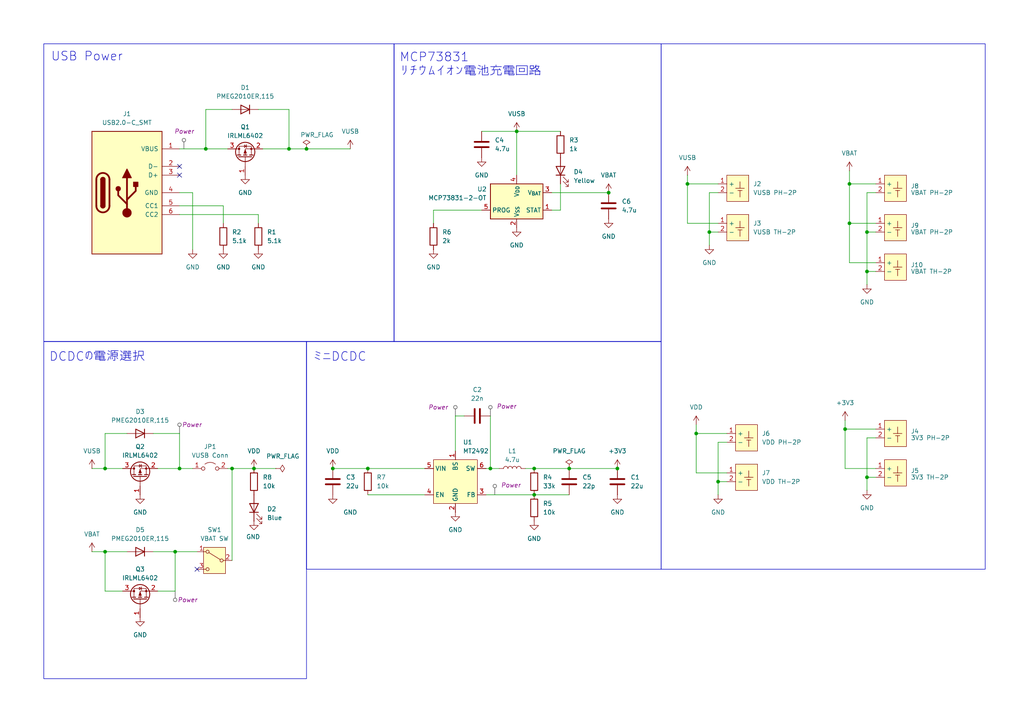
<source format=kicad_sch>
(kicad_sch (version 20231120) (generator "eeschema") (generator_version "8.0")
  (paper "A4")
  (lib_symbols
    (symbol "74th_ApplicationIC:MCP73831-2-OT_BatteryController"
      (property "Reference" "U" (at -7.62 6.35 0))
      (property "Value" "MCP73831-2-OT" (at 1.27 6.35 0))
      (symbol "MCP73831-2-OT_BatteryController_0_1"
        (rectangle (start -7.62 5.08) (end 7.62 -5.08) (stroke (width 0.254)) (fill (type background)))
      )
      (symbol "MCP73831-2-OT_BatteryController_1_1"
        (pin tri_state line (at 10.16 -2.54 180) (length 2.54) (name "STAT") (number "1"))
        (pin power_in line (at 0 -7.62 90) (length 2.54) (name "V_{SS}") (number "2"))
        (pin power_out line (at 10.16 2.54 180) (length 2.54) (name "V_{BAT}") (number "3"))
        (pin power_in line (at 0 7.62 270) (length 2.54) (name "V_{DD}") (number "4"))
        (pin input line (at -10.16 -2.54 0) (length 2.54) (name "PROG") (number "5"))
      )
    )
    (symbol "74th_Interface:BatteryPin"
      (property "Reference" "J" (at 0 6.35 0))
      (symbol "BatteryPin_1_1"
        (rectangle (start -3.81 3.81) (end 2.54 -3.81) (fill (type background)))
        (polyline (pts (xy -1.27 0) (xy 1.27 0)))
        (polyline (pts (xy -0.635 -0.635) (xy 0.635 -0.635)))
        (polyline (pts (xy 0 -0.635) (xy 0 -2.54)))
        (polyline (pts (xy 0 0) (xy 0 1.905)))
        (pin input line (at -6.35 1.27 0) (length 2.54) (name "+") (number "1"))
        (pin input line (at -6.35 -1.27 0) (length 2.54) (name "-") (number "2"))
      )
    )
    (symbol "74th_Interface:Jumper_2" (pin_names (offset 0) hide)
      (property "Reference" "JP" (at 0 2.794 0))
      (property "Value" "Jumper_2_Open" (at 0 -2.286 0))
      (symbol "Jumper_2_0_0"
        (circle (center -2.032 0) (radius 0.508))
        (circle (center 2.032 0) (radius 0.508))
      )
      (symbol "Jumper_2_0_1"
        (arc (start 1.524 1.27) (mid 0 1.778) (end -1.524 1.27))
      )
      (symbol "Jumper_2_1_1"
        (pin passive line (at -5.08 0 0) (length 2.54) (name "A") (number "1"))
        (pin passive line (at 5.08 0 180) (length 2.54) (name "B") (number "2"))
      )
    )
    (symbol "74th_Interface:SW_Slide" (pin_names (offset 0) hide)
      (property "Reference" "SW" (at 0 5.08 0))
      (property "Value" "SW_Slide" (at 0 -5.08 0))
      (symbol "SW_Slide_0_1"
        (circle (center -2.032 0) (radius 0.4572))
        (polyline (pts (xy -1.651 0.254) (xy 1.651 2.286)))
        (circle (center 2.032 -2.54) (radius 0.4572))
        (circle (center 2.032 2.54) (radius 0.4572))
      )
      (symbol "SW_Slide_1_1"
        (rectangle (start -3.175 3.81) (end 3.175 -3.81) (fill (type background)))
        (pin passive line (at 5.08 2.54 180) (length 2.54) (name "A") (number "1"))
        (pin passive line (at -5.08 0 0) (length 2.54) (name "B") (number "2"))
        (pin passive line (at 5.08 -2.54 180) (length 2.54) (name "C") (number "3"))
      )
    )
    (symbol "74th_Interface:USB_TypeC-2.0_Receptacle" (pin_names (offset 1.016))
      (property "Reference" "J" (at -10.16 19.05 0))
      (property "Value" "USB2.0-C_SMT" (at 15.24 19.05 0))
      (symbol "USB_TypeC-2.0_Receptacle_0_1"
        (rectangle (start -10.16 17.78) (end 10.16 -17.78) (stroke (width 0.254)) (fill (type background)))
        (arc (start -8.89 -3.81) (mid -6.985 -5.7067) (end -5.08 -3.81) (stroke (width 0.508)))
        (arc (start -7.62 -3.81) (mid -6.985 -4.4423) (end -6.35 -3.81) (stroke (width 0.254)))
        (arc (start -7.62 -3.81) (mid -6.985 -4.4423) (end -6.35 -3.81) (stroke (width 0.254)) (fill (type outline)))
        (rectangle (start -7.62 -3.81) (end -6.35 3.81) (stroke (width 0.254)) (fill (type outline)))
        (arc (start -6.35 3.81) (mid -6.985 4.4423) (end -7.62 3.81) (stroke (width 0.254)))
        (arc (start -6.35 3.81) (mid -6.985 4.4423) (end -7.62 3.81) (stroke (width 0.254)) (fill (type outline)))
        (arc (start -5.08 3.81) (mid -6.985 5.7067) (end -8.89 3.81) (stroke (width 0.508)))
        (circle (center -2.54 1.143) (radius 0.635) (stroke (width 0.254)) (fill (type outline)))
        (circle (center 0 -5.842) (radius 1.27) (fill (type outline)))
        (polyline (pts (xy -8.89 -3.81) (xy -8.89 3.81)) (stroke (width 0.508)))
        (polyline (pts (xy -5.08 3.81) (xy -5.08 -3.81)) (stroke (width 0.508)))
        (polyline (pts (xy 0 -5.842) (xy 0 4.318)) (stroke (width 0.508)))
        (polyline (pts (xy 0 -3.302) (xy -2.54 -0.762) (xy -2.54 0.508)) (stroke (width 0.508)))
        (polyline (pts (xy 0 -2.032) (xy 2.54 0.508) (xy 2.54 1.778)) (stroke (width 0.508)))
        (polyline (pts (xy -1.27 4.318) (xy 0 6.858) (xy 1.27 4.318) (xy -1.27 4.318)) (stroke (width 0.254)) (fill (type outline)))
        (rectangle (start 1.905 1.778) (end 3.175 3.048) (stroke (width 0.254)) (fill (type outline)))
      )
      (symbol "USB_TypeC-2.0_Receptacle_1_1"
        (pin power_out line (at 15.24 12.7 180) (length 5.08) (name "VBUS") (number "1"))
        (pin bidirectional line (at 15.24 7.62 180) (length 5.08) (name "D-") (number "2"))
        (pin bidirectional line (at 15.24 5.08 180) (length 5.08) (name "D+") (number "3"))
        (pin power_out line (at 15.24 0 180) (length 5.08) (name "GND") (number "4"))
        (pin input line (at 15.24 -3.81 180) (length 5.08) (name "CC1") (number "5"))
        (pin input line (at 15.24 -6.35 180) (length 5.08) (name "CC2") (number "6"))
      )
    )
    (symbol "74th_Passive:IRLM6402_Pch-MOSFET" (pin_names hide)
      (property "Reference" "Q" (at 5.08 1.905 0))
      (property "Value" "IRLM6402" (at 5.08 0 0))
      (symbol "IRLM6402_Pch-MOSFET_0_1"
        (polyline (pts (xy 0.254 0) (xy -2.54 0)))
        (polyline (pts (xy 0.254 1.905) (xy 0.254 -1.905)) (stroke (width 0.254)))
        (polyline (pts (xy 0.762 -1.27) (xy 0.762 -2.286)) (stroke (width 0.254)))
        (polyline (pts (xy 0.762 0.508) (xy 0.762 -0.508)) (stroke (width 0.254)))
        (polyline (pts (xy 0.762 2.286) (xy 0.762 1.27)) (stroke (width 0.254)))
        (polyline (pts (xy 2.54 2.54) (xy 2.54 1.778)))
        (polyline (pts (xy 2.54 -2.54) (xy 2.54 0) (xy 0.762 0)))
        (polyline (pts (xy 0.762 1.778) (xy 3.302 1.778) (xy 3.302 -1.778) (xy 0.762 -1.778)))
        (polyline (pts (xy 2.286 0) (xy 1.27 0.381) (xy 1.27 -0.381) (xy 2.286 0)) (fill (type outline)))
        (polyline (pts (xy 2.794 -0.508) (xy 2.921 -0.381) (xy 3.683 -0.381) (xy 3.81 -0.254)))
        (polyline (pts (xy 3.302 -0.381) (xy 2.921 0.254) (xy 3.683 0.254) (xy 3.302 -0.381)))
        (circle (center 1.651 0) (radius 2.794) (stroke (width 0.254)))
        (circle (center 2.54 -1.778) (radius 0.254) (fill (type outline)))
        (circle (center 2.54 1.778) (radius 0.254) (fill (type outline)))
      )
      (symbol "IRLM6402_Pch-MOSFET_1_1"
        (pin input line (at -5.08 0 0) (length 2.54) (name "G") (number "1"))
        (pin passive line (at 2.54 -5.08 90) (length 2.54) (name "S") (number "2"))
        (pin passive line (at 2.54 5.08 270) (length 2.54) (name "D") (number "3"))
      )
    )
    (symbol "74th_Passive:MT2492_Step-Down-DCDC-Converter"
      (property "Reference" "U" (at -6.35 -10.16 0))
      (property "Value" "MT2492" (at 5.08 -10.16 0))
      (symbol "MT2492_Step-Down-DCDC-Converter_1_1"
        (rectangle (start -6.35 3.81) (end 6.35 -8.89) (fill (type background)))
        (pin power_out line (at 0 6.35 270) (length 2.54) (name "BS") (number "1"))
        (pin power_in line (at 0 -11.43 90) (length 2.54) (name "GND") (number "2"))
        (pin input line (at 8.89 -6.35 180) (length 2.54) (name "FB") (number "3"))
        (pin input line (at -8.89 -6.35 0) (length 2.54) (name "EN") (number "4"))
        (pin power_in line (at -8.89 1.27 0) (length 2.54) (name "VIN") (number "5"))
        (pin power_out line (at 8.89 1.27 180) (length 2.54) (name "SW") (number "6"))
      )
    )
    (symbol "74th_Power:VBAT" (power) (pin_numbers hide) (pin_names (offset 0) hide)
      (property "Value" "VBAT" (at 0 3.556 0))
      (symbol "VBAT_0_1"
        (polyline (pts (xy -0.762 1.27) (xy 0 2.54)))
        (polyline (pts (xy 0 0) (xy 0 2.54)))
        (polyline (pts (xy 0 2.54) (xy 0.762 1.27)))
      )
      (symbol "VBAT_1_1"
        (pin power_in line (at 0 0 90) (length 0) (name "~") (number "1"))
      )
    )
    (symbol "74th_Power:VUSB" (power) (pin_numbers hide) (pin_names (offset 0) hide)
      (property "Value" "VUSB" (at 0 3.556 0))
      (symbol "VUSB_0_1"
        (polyline (pts (xy -0.762 1.27) (xy 0 2.54)))
        (polyline (pts (xy 0 0) (xy 0 2.54)))
        (polyline (pts (xy 0 2.54) (xy 0.762 1.27)))
      )
      (symbol "VUSB_1_1"
        (pin power_in line (at 0 0 90) (length 0) (name "~") (number "1"))
      )
    )
    (symbol "Device:C" (pin_numbers hide) (pin_names (offset 0.254))
      (property "Reference" "C" (at 0.635 2.54 0))
      (property "Value" "C" (at 0.635 -2.54 0))
      (symbol "C_0_1"
        (polyline (pts (xy -2.032 -0.762) (xy 2.032 -0.762)) (stroke (width 0.508)))
        (polyline (pts (xy -2.032 0.762) (xy 2.032 0.762)) (stroke (width 0.508)))
      )
      (symbol "C_1_1"
        (pin passive line (at 0 3.81 270) (length 2.794) (name "~") (number "1"))
        (pin passive line (at 0 -3.81 90) (length 2.794) (name "~") (number "2"))
      )
    )
    (symbol "Device:D" (pin_numbers hide) (pin_names (offset 1.016) hide)
      (property "Reference" "D" (at 0 2.54 0))
      (property "Value" "D" (at 0 -2.54 0))
      (symbol "D_0_1"
        (polyline (pts (xy -1.27 1.27) (xy -1.27 -1.27)) (stroke (width 0.254)))
        (polyline (pts (xy 1.27 0) (xy -1.27 0)))
        (polyline (pts (xy 1.27 1.27) (xy 1.27 -1.27) (xy -1.27 0) (xy 1.27 1.27)) (stroke (width 0.254)))
      )
      (symbol "D_1_1"
        (pin passive line (at -3.81 0 0) (length 2.54) (name "K") (number "1"))
        (pin passive line (at 3.81 0 180) (length 2.54) (name "A") (number "2"))
      )
    )
    (symbol "Device:L" (pin_numbers hide) (pin_names (offset 1.016) hide)
      (property "Reference" "L" (at -1.27 0 90))
      (property "Value" "L" (at 1.905 0 90))
      (symbol "L_0_1"
        (arc (start 0 -2.54) (mid 0.6323 -1.905) (end 0 -1.27))
        (arc (start 0 -1.27) (mid 0.6323 -0.635) (end 0 0))
        (arc (start 0 0) (mid 0.6323 0.635) (end 0 1.27))
        (arc (start 0 1.27) (mid 0.6323 1.905) (end 0 2.54))
      )
      (symbol "L_1_1"
        (pin passive line (at 0 3.81 270) (length 1.27) (name "1") (number "1"))
        (pin passive line (at 0 -3.81 90) (length 1.27) (name "2") (number "2"))
      )
    )
    (symbol "Device:LED" (pin_numbers hide) (pin_names (offset 1.016) hide)
      (property "Reference" "D" (at 0 2.54 0))
      (property "Value" "LED" (at 0 -2.54 0))
      (symbol "LED_0_1"
        (polyline (pts (xy -1.27 -1.27) (xy -1.27 1.27)) (stroke (width 0.254)))
        (polyline (pts (xy -1.27 0) (xy 1.27 0)))
        (polyline (pts (xy 1.27 -1.27) (xy 1.27 1.27) (xy -1.27 0) (xy 1.27 -1.27)) (stroke (width 0.254)))
        (polyline (pts (xy -3.048 -0.762) (xy -4.572 -2.286) (xy -3.81 -2.286) (xy -4.572 -2.286) (xy -4.572 -1.524)))
        (polyline (pts (xy -1.778 -0.762) (xy -3.302 -2.286) (xy -2.54 -2.286) (xy -3.302 -2.286) (xy -3.302 -1.524)))
      )
      (symbol "LED_1_1"
        (pin passive line (at -3.81 0 0) (length 2.54) (name "K") (number "1"))
        (pin passive line (at 3.81 0 180) (length 2.54) (name "A") (number "2"))
      )
    )
    (symbol "Device:R" (pin_numbers hide) (pin_names (offset 0))
      (property "Reference" "R" (at 2.032 0 90))
      (property "Value" "R" (at 0 0 90))
      (symbol "R_0_1"
        (rectangle (start -1.016 -2.54) (end 1.016 2.54) (stroke (width 0.254)))
      )
      (symbol "R_1_1"
        (pin passive line (at 0 3.81 270) (length 1.27) (name "~") (number "1"))
        (pin passive line (at 0 -3.81 90) (length 1.27) (name "~") (number "2"))
      )
    )
    (symbol "power:+3V3" (power) (pin_numbers hide) (pin_names (offset 0) hide)
      (property "Value" "+3V3" (at 0 3.556 0))
      (symbol "+3V3_0_1"
        (polyline (pts (xy -0.762 1.27) (xy 0 2.54)))
        (polyline (pts (xy 0 0) (xy 0 2.54)))
        (polyline (pts (xy 0 2.54) (xy 0.762 1.27)))
      )
      (symbol "+3V3_1_1"
        (pin power_in line (at 0 0 90) (length 0) (name "~") (number "1"))
      )
    )
    (symbol "power:GND" (power) (pin_numbers hide) (pin_names (offset 0) hide)
      (property "Value" "GND" (at 0 -3.81 0))
      (symbol "GND_0_1"
        (polyline (pts (xy 0 0) (xy 0 -1.27) (xy 1.27 -1.27) (xy 0 -2.54) (xy -1.27 -1.27) (xy 0 -1.27)))
      )
      (symbol "GND_1_1"
        (pin power_in line (at 0 0 270) (length 0) (name "~") (number "1"))
      )
    )
    (symbol "power:PWR_FLAG" (power) (pin_numbers hide) (pin_names (offset 0) hide)
      (property "Value" "PWR_FLAG" (at 0 3.81 0))
      (symbol "PWR_FLAG_0_0"
        (pin power_out line (at 0 0 90) (length 0) (name "~") (number "1"))
      )
      (symbol "PWR_FLAG_0_1"
        (polyline (pts (xy 0 0) (xy 0 1.27) (xy -1.016 1.905) (xy 0 2.54) (xy 1.016 1.905) (xy 0 1.27)))
      )
    )
    (symbol "power:VDD" (power) (pin_numbers hide) (pin_names (offset 0) hide)
      (property "Value" "VDD" (at 0 3.556 0))
      (symbol "VDD_0_1"
        (polyline (pts (xy -0.762 1.27) (xy 0 2.54)))
        (polyline (pts (xy 0 0) (xy 0 2.54)))
        (polyline (pts (xy 0 2.54) (xy 0.762 1.27)))
      )
      (symbol "VDD_1_1"
        (pin power_in line (at 0 0 90) (length 0) (name "~") (number "1"))
      )
    )
  )
  (junction (at 30.48 135.89))
  (junction (at 154.94 143.51))
  (junction (at 30.48 160.02))
  (junction (at 179.07 135.89))
  (junction (at 154.94 135.89))
  (junction (at 88.9 43.18))
  (junction (at 246.38 53.34))
  (junction (at 245.11 124.46))
  (junction (at 73.66 135.89))
  (junction (at 52.07 135.89))
  (junction (at 201.93 125.73))
  (junction (at 67.31 135.89))
  (junction (at 251.46 78.74))
  (junction (at 205.74 67.31))
  (junction (at 149.86 38.1))
  (junction (at 199.39 53.34))
  (junction (at 83.82 43.18))
  (junction (at 246.38 64.77))
  (junction (at 142.24 135.89))
  (junction (at 208.28 139.7))
  (junction (at 50.8 160.02))
  (junction (at 251.46 138.43))
  (junction (at 106.68 135.89))
  (junction (at 96.52 135.89))
  (junction (at 165.1 135.89))
  (junction (at 251.46 67.31))
  (junction (at 176.53 55.88))
  (junction (at 59.69 43.18))
  (no_connect (at 52.07 50.8))
  (no_connect (at 57.15 165.1))
  (no_connect (at 52.07 48.26))
  (wire (pts (xy 76.2 43.18) (xy 83.82 43.18)))
  (wire (pts (xy 30.48 160.02) (xy 36.83 160.02)))
  (wire (pts (xy 101.6 43.18) (xy 88.9 43.18)))
  (wire (pts (xy 44.45 125.73) (xy 52.07 125.73)))
  (wire (pts (xy 50.8 171.45) (xy 50.8 160.02)))
  (wire (pts (xy 251.46 138.43) (xy 251.46 127)))
  (wire (pts (xy 26.67 160.02) (xy 30.48 160.02)))
  (wire (pts (xy 245.11 124.46) (xy 254 124.46)))
  (wire (pts (xy 208.28 139.7) (xy 210.82 139.7)))
  (wire (pts (xy 59.69 43.18) (xy 59.69 31.75)))
  (wire (pts (xy 73.66 135.89) (xy 80.01 135.89)))
  (wire (pts (xy 106.68 135.89) (xy 123.19 135.89)))
  (wire (pts (xy 74.93 62.23) (xy 74.93 64.77)))
  (wire (pts (xy 45.72 171.45) (xy 50.8 171.45)))
  (wire (pts (xy 30.48 135.89) (xy 30.48 125.73)))
  (wire (pts (xy 140.97 135.89) (xy 142.24 135.89)))
  (wire (pts (xy 52.07 55.88) (xy 55.88 55.88)))
  (wire (pts (xy 139.7 38.1) (xy 149.86 38.1)))
  (wire (pts (xy 199.39 53.34) (xy 208.28 53.34)))
  (wire (pts (xy 160.02 55.88) (xy 176.53 55.88)))
  (wire (pts (xy 50.8 160.02) (xy 57.15 160.02)))
  (wire (pts (xy 52.07 135.89) (xy 55.88 135.89)))
  (wire (pts (xy 66.04 43.18) (xy 59.69 43.18)))
  (wire (pts (xy 208.28 143.51) (xy 208.28 139.7)))
  (wire (pts (xy 125.73 60.96) (xy 125.73 64.77)))
  (wire (pts (xy 251.46 67.31) (xy 254 67.31)))
  (wire (pts (xy 154.94 135.89) (xy 165.1 135.89)))
  (wire (pts (xy 208.28 64.77) (xy 199.39 64.77)))
  (wire (pts (xy 96.52 135.89) (xy 106.68 135.89)))
  (wire (pts (xy 83.82 43.18) (xy 83.82 31.75)))
  (wire (pts (xy 205.74 67.31) (xy 205.74 55.88)))
  (wire (pts (xy 106.68 143.51) (xy 123.19 143.51)))
  (wire (pts (xy 59.69 31.75) (xy 67.31 31.75)))
  (wire (pts (xy 52.07 125.73) (xy 52.07 135.89)))
  (wire (pts (xy 162.56 60.96) (xy 160.02 60.96)))
  (wire (pts (xy 199.39 50.8) (xy 199.39 53.34)))
  (wire (pts (xy 246.38 76.2) (xy 254 76.2)))
  (wire (pts (xy 246.38 64.77) (xy 254 64.77)))
  (wire (pts (xy 88.9 43.18) (xy 83.82 43.18)))
  (wire (pts (xy 35.56 135.89) (xy 30.48 135.89)))
  (wire (pts (xy 154.94 143.51) (xy 165.1 143.51)))
  (wire (pts (xy 26.67 135.89) (xy 30.48 135.89)))
  (wire (pts (xy 254 135.89) (xy 245.11 135.89)))
  (wire (pts (xy 142.24 120.65) (xy 142.24 135.89)))
  (wire (pts (xy 165.1 135.89) (xy 179.07 135.89)))
  (wire (pts (xy 149.86 38.1) (xy 162.56 38.1)))
  (wire (pts (xy 246.38 49.53) (xy 246.38 53.34)))
  (wire (pts (xy 251.46 67.31) (xy 251.46 78.74)))
  (wire (pts (xy 251.46 55.88) (xy 251.46 67.31)))
  (wire (pts (xy 246.38 53.34) (xy 254 53.34)))
  (wire (pts (xy 52.07 59.69) (xy 64.77 59.69)))
  (wire (pts (xy 52.07 62.23) (xy 74.93 62.23)))
  (wire (pts (xy 246.38 53.34) (xy 246.38 64.77)))
  (wire (pts (xy 210.82 137.16) (xy 201.93 137.16)))
  (wire (pts (xy 208.28 139.7) (xy 208.28 128.27)))
  (wire (pts (xy 149.86 38.1) (xy 149.86 50.8)))
  (wire (pts (xy 67.31 135.89) (xy 67.31 162.56)))
  (wire (pts (xy 205.74 71.12) (xy 205.74 67.31)))
  (wire (pts (xy 205.74 67.31) (xy 208.28 67.31)))
  (wire (pts (xy 205.74 55.88) (xy 208.28 55.88)))
  (wire (pts (xy 208.28 128.27) (xy 210.82 128.27)))
  (wire (pts (xy 140.97 143.51) (xy 154.94 143.51)))
  (wire (pts (xy 251.46 55.88) (xy 254 55.88)))
  (wire (pts (xy 30.48 125.73) (xy 36.83 125.73)))
  (wire (pts (xy 67.31 135.89) (xy 73.66 135.89)))
  (wire (pts (xy 199.39 64.77) (xy 199.39 53.34)))
  (wire (pts (xy 245.11 135.89) (xy 245.11 124.46)))
  (wire (pts (xy 30.48 171.45) (xy 30.48 160.02)))
  (wire (pts (xy 55.88 55.88) (xy 55.88 72.39)))
  (wire (pts (xy 45.72 135.89) (xy 52.07 135.89)))
  (wire (pts (xy 139.7 60.96) (xy 125.73 60.96)))
  (wire (pts (xy 132.08 120.65) (xy 134.62 120.65)))
  (wire (pts (xy 201.93 123.19) (xy 201.93 125.73)))
  (wire (pts (xy 246.38 64.77) (xy 246.38 76.2)))
  (wire (pts (xy 132.08 120.65) (xy 132.08 130.81)))
  (wire (pts (xy 44.45 160.02) (xy 50.8 160.02)))
  (wire (pts (xy 35.56 171.45) (xy 30.48 171.45)))
  (wire (pts (xy 52.07 43.18) (xy 59.69 43.18)))
  (wire (pts (xy 245.11 121.92) (xy 245.11 124.46)))
  (wire (pts (xy 251.46 127) (xy 254 127)))
  (wire (pts (xy 251.46 142.24) (xy 251.46 138.43)))
  (wire (pts (xy 152.4 135.89) (xy 154.94 135.89)))
  (wire (pts (xy 201.93 125.73) (xy 210.82 125.73)))
  (wire (pts (xy 251.46 138.43) (xy 254 138.43)))
  (wire (pts (xy 251.46 78.74) (xy 254 78.74)))
  (wire (pts (xy 66.04 135.89) (xy 67.31 135.89)))
  (wire (pts (xy 251.46 78.74) (xy 251.46 82.55)))
  (wire (pts (xy 74.93 31.75) (xy 83.82 31.75)))
  (wire (pts (xy 162.56 53.34) (xy 162.56 60.96)))
  (wire (pts (xy 201.93 137.16) (xy 201.93 125.73)))
  (wire (pts (xy 64.77 59.69) (xy 64.77 64.77)))
  (wire (pts (xy 142.24 135.89) (xy 144.78 135.89)))
  (rectangle (start 12.7 12.7) (end 114.3 99.06))
  (rectangle (start 114.3 12.7) (end 191.77 99.06))
  (rectangle (start 12.7 99.06) (end 88.9 196.85))
  (rectangle (start 191.77 12.7) (end 285.75 165.1))
  (rectangle (start 88.9 99.06) (end 191.77 165.1))
  (text "ミニDCDC" (at 90.678 102.108 0) (effects (font (size 2.54 2.54)) (justify left top)))
  (text "MCP73831\nリチウムイオン電池充電回路" (at 115.824 15.24 0) (effects (font (size 2.54 2.54)) (justify left top)))
  (text "USB Power" (at 14.732 14.986 0) (effects (font (size 2.54 2.54)) (justify left top)))
  (text "DCDCの電源選択" (at 14.224 102.108 0) (effects (font (size 2.54 2.54)) (justify left top)))
  (netclass_flag "" (length 2.54) (shape round) (at 132.08 120.65 0) (property "Netclass" "Power" (at 124.206 118.11 0) (effects (font (italic yes)) (justify left))))
  (netclass_flag "" (length 2.54) (shape round) (at 53.34 43.18 0) (property "Netclass" "Power" (at 50.546 38.1 0) (effects (font (italic yes)) (justify left))))
  (netclass_flag "" (length 2.54) (shape round) (at 143.51 143.51 0) (property "Netclass" "Power" (at 145.288 140.716 0) (effects (font (italic yes)) (justify left))))
  (netclass_flag "" (length 2.54) (shape round) (at 52.07 125.73 0) (property "Netclass" "Power" (at 52.7685 123.19 0) (effects (font (italic yes)) (justify left))))
  (netclass_flag "" (length 2.54) (shape round) (at 50.8 171.45 180) (property "Netclass" "Power" (at 51.4985 173.99 0) (effects (font (italic yes)) (justify left))))
  (netclass_flag "" (length 2.54) (shape round) (at 142.24 120.65 0) (property "Netclass" "Power" (at 144.018 117.856 0) (effects (font (italic yes)) (justify left))))
  (symbol (lib_id "power:GND") (at 40.64 143.51 0) (unit 1)
    (property "Reference" "#PWR029" (effects (hide yes)))
    (property "Value" "GND" (at 40.64 148.59 0))
    (property "Description" "Power symbol creates a global label with name \"GND\" , ground" (effects (hide yes)))
  )
  (symbol (lib_id "Device:C") (at 96.52 139.7 0) (unit 1)
    (property "Reference" "C3" (at 100.33 138.4299 0) (effects (justify left)))
    (property "Value" "22u" (at 100.33 140.9699 0) (effects (justify left)))
    (property "Footprint" "74th:Capacitor_0805_2012" (effects (hide yes)))
    (property "Description" "Unpolarized capacitor" (effects (hide yes)))
  )
  (symbol (lib_id "74th_Interface:BatteryPin") (at 214.63 66.04 0) (unit 1)
    (property "Reference" "J3" (at 218.44 64.7699 0) (effects (justify left)))
    (property "Value" "VUSB TH-2P" (at 218.44 67.3099 0) (effects (justify left)))
    (property "Footprint" "74th:PinOut_Pin_2_GND" (effects (hide yes)))
  )
  (symbol (lib_id "power:GND") (at 73.66 151.13 0) (unit 1)
    (property "Reference" "#PWR031" (effects (hide yes)))
    (property "Value" "GND" (at 73.406 155.702 0))
    (property "Description" "Power symbol creates a global label with name \"GND\" , ground" (effects (hide yes)))
  )
  (symbol (lib_id "74th_Power:VUSB") (at 199.39 50.8 0) (unit 1)
    (property "Reference" "#PWR04" (effects (hide yes)))
    (property "Value" "VUSB" (at 199.39 45.72 0))
    (property "Description" "Power symbol creates a global label with name \"VCC\"" (effects (hide yes)))
  )
  (symbol (lib_id "Device:C") (at 176.53 59.69 0) (unit 1)
    (property "Reference" "C6" (at 180.34 58.4199 0) (effects (justify left)))
    (property "Value" "4.7u" (at 180.34 60.9599 0) (effects (justify left)))
    (property "Footprint" "74th:Capacitor_0805_2012" (effects (hide yes)))
    (property "Description" "Unpolarized capacitor" (effects (hide yes)))
  )
  (symbol (lib_id "74th_Power:VBAT") (at 246.38 49.53 0) (unit 1)
    (property "Reference" "#PWR013" (effects (hide yes)))
    (property "Value" "VBAT" (at 246.38 44.45 0))
    (property "Description" "Power symbol creates a global label with name \"VCC\"" (effects (hide yes)))
  )
  (symbol (lib_id "74th_Interface:BatteryPin") (at 217.17 138.43 0) (unit 1)
    (property "Reference" "J7" (at 220.98 137.1599 0) (effects (justify left)))
    (property "Value" "VDD TH-2P" (at 220.98 139.6999 0) (effects (justify left)))
    (property "Footprint" "74th:PinOut_Pin_2_GND" (effects (hide yes)))
  )
  (symbol (lib_id "Device:D") (at 40.64 160.02 180) (unit 1)
    (property "Reference" "D5" (at 40.64 153.67 0))
    (property "Value" "PMEG2010ER,115" (at 40.64 156.21 0))
    (property "Footprint" "74th:Package_SOD123W" (effects (hide yes)))
    (property "Description" "Diode" (effects (hide yes)))
    (property "Sim.Device" "D" (effects (hide yes)))
    (property "Sim.Pins" "1=K 2=A" (effects (hide yes)))
  )
  (symbol (lib_id "74th_Interface:SW_Slide") (at 62.23 162.56 0) (mirror y) (unit 1)
    (property "Reference" "SW1" (at 62.23 153.67 0))
    (property "Value" "VBAT SW" (at 62.23 156.21 0))
    (property "Footprint" "74th:Switch_Slide_SK-12D02-G020" (effects (hide yes)))
    (property "Description" "Switch, single pole double throw" (effects (hide yes)))
  )
  (symbol (lib_id "Device:C") (at 165.1 139.7 0) (unit 1)
    (property "Reference" "C5" (at 168.91 138.4299 0) (effects (justify left)))
    (property "Value" "22p" (at 168.91 140.9699 0) (effects (justify left)))
    (property "Footprint" "74th:Capacitor_0805_2012" (effects (hide yes)))
    (property "Description" "Unpolarized capacitor" (effects (hide yes)))
  )
  (symbol (lib_id "74th_Passive:MT2492_Step-Down-DCDC-Converter") (at 132.08 137.16 0) (unit 1)
    (property "Reference" "U1" (at 134.2741 128.27 0) (effects (justify left)))
    (property "Value" "MT2492" (at 134.2741 130.81 0) (effects (justify left)))
    (property "Footprint" "74th:Package_SOT-23-6" (effects (hide yes)))
  )
  (symbol (lib_id "power:VDD") (at 73.66 135.89 0) (unit 1)
    (property "Reference" "#PWR015" (effects (hide yes)))
    (property "Value" "VDD" (at 73.66 130.81 0))
    (property "Description" "Power symbol creates a global label with name \"VDD\"" (effects (hide yes)))
  )
  (symbol (lib_id "power:GND") (at 154.94 151.13 0) (unit 1)
    (property "Reference" "#PWR019" (effects (hide yes)))
    (property "Value" "GND" (at 154.94 156.21 0))
    (property "Description" "Power symbol creates a global label with name \"GND\" , ground" (effects (hide yes)))
  )
  (symbol (lib_id "power:GND") (at 205.74 71.12 0) (unit 1)
    (property "Reference" "#PWR012" (effects (hide yes)))
    (property "Value" "GND" (at 205.74 76.2 0))
    (property "Description" "Power symbol creates a global label with name \"GND\" , ground" (effects (hide yes)))
  )
  (symbol (lib_id "Device:L") (at 148.59 135.89 90) (unit 1)
    (property "Reference" "L1" (at 148.59 130.81 90))
    (property "Value" "4.7u" (at 148.59 133.35 90))
    (property "Footprint" "74th:Capacitor_0805_2012" (effects (hide yes)))
    (property "Description" "Inductor" (effects (hide yes)))
  )
  (symbol (lib_id "power:GND") (at 251.46 82.55 0) (unit 1)
    (property "Reference" "#PWR014" (effects (hide yes)))
    (property "Value" "GND" (at 251.46 87.63 0))
    (property "Description" "Power symbol creates a global label with name \"GND\" , ground" (effects (hide yes)))
  )
  (symbol (lib_id "74th_Power:VBAT") (at 176.53 55.88 0) (unit 1)
    (property "Reference" "#PWR09" (effects (hide yes)))
    (property "Value" "VBAT" (at 176.53 50.8 0))
    (property "Description" "Power symbol creates a global label with name \"VCC\"" (effects (hide yes)))
  )
  (symbol (lib_id "74th_Power:VUSB") (at 149.86 38.1 0) (unit 1)
    (property "Reference" "#PWR026" (effects (hide yes)))
    (property "Value" "VUSB" (at 149.86 33.02 0))
    (property "Description" "Power symbol creates a global label with name \"VCC\"" (effects (hide yes)))
  )
  (symbol (lib_id "power:GND") (at 208.28 143.51 0) (unit 1)
    (property "Reference" "#PWR025" (effects (hide yes)))
    (property "Value" "GND" (at 208.28 148.59 0))
    (property "Description" "Power symbol creates a global label with name \"GND\" , ground" (effects (hide yes)))
  )
  (symbol (lib_id "Device:R") (at 154.94 139.7 0) (unit 1)
    (property "Reference" "R4" (at 157.48 138.4299 0) (effects (justify left)))
    (property "Value" "33k" (at 157.48 140.9699 0) (effects (justify left)))
    (property "Footprint" "74th:Register_0805_2012" (effects (hide yes)))
    (property "Description" "Resistor" (effects (hide yes)))
  )
  (symbol (lib_id "power:VDD") (at 96.52 135.89 0) (unit 1)
    (property "Reference" "#PWR027" (effects (hide yes)))
    (property "Value" "VDD" (at 96.52 130.81 0))
    (property "Description" "Power symbol creates a global label with name \"VDD\"" (effects (hide yes)))
  )
  (symbol (lib_id "power:GND") (at 132.08 148.59 0) (unit 1)
    (property "Reference" "#PWR018" (effects (hide yes)))
    (property "Value" "GND" (at 132.08 153.67 0))
    (property "Description" "Power symbol creates a global label with name \"GND\" , ground" (effects (hide yes)))
  )
  (symbol (lib_id "power:GND") (at 149.86 66.04 0) (unit 1)
    (property "Reference" "#PWR08" (effects (hide yes)))
    (property "Value" "GND" (at 149.86 71.12 0))
    (property "Description" "Power symbol creates a global label with name \"GND\" , ground" (effects (hide yes)))
  )
  (symbol (lib_id "power:+3V3") (at 179.07 135.89 0) (unit 1)
    (property "Reference" "#PWR021" (effects (hide yes)))
    (property "Value" "+3V3" (at 179.07 130.81 0))
    (property "Description" "Power symbol creates a global label with name \"+3V3\"" (effects (hide yes)))
  )
  (symbol (lib_id "74th_Passive:IRLM6402_Pch-MOSFET") (at 40.64 138.43 90) (unit 1)
    (property "Reference" "Q2" (at 40.64 129.54 90))
    (property "Value" "IRLML6402" (at 40.64 132.08 90))
    (property "Footprint" "74th:Package_SOT-23" (effects (hide yes)))
    (property "Datasheet" "https://www.infineon.com/dgdl/irlml6402pbf.pdf?fileId=5546d462533600a401535668d5c2263c" (effects (hide yes)))
    (property "Description" "-3.7A Id, -20V Vds, 65mOhm Rds, P-Channel HEXFET Power MOSFET, SOT-23" (effects (hide yes)))
  )
  (symbol (lib_id "power:GND") (at 96.52 143.51 0) (unit 1)
    (property "Reference" "#PWR017" (effects (hide yes)))
    (property "Value" "GND" (at 101.6 148.59 0))
    (property "Description" "Power symbol creates a global label with name \"GND\" , ground" (effects (hide yes)))
  )
  (symbol (lib_id "Device:R") (at 162.56 41.91 0) (unit 1)
    (property "Reference" "R3" (at 165.1 40.6399 0) (effects (justify left)))
    (property "Value" "1k" (at 165.1 43.1799 0) (effects (justify left)))
    (property "Footprint" "74th:Register_0805_2012" (effects (hide yes)))
    (property "Description" "Resistor" (effects (hide yes)))
  )
  (symbol (lib_id "74th_Passive:IRLM6402_Pch-MOSFET") (at 40.64 173.99 90) (unit 1)
    (property "Reference" "Q3" (at 40.64 165.1 90))
    (property "Value" "IRLML6402" (at 40.64 167.64 90))
    (property "Footprint" "74th:Package_SOT-23" (effects (hide yes)))
    (property "Datasheet" "https://www.infineon.com/dgdl/irlml6402pbf.pdf?fileId=5546d462533600a401535668d5c2263c" (effects (hide yes)))
    (property "Description" "-3.7A Id, -20V Vds, 65mOhm Rds, P-Channel HEXFET Power MOSFET, SOT-23" (effects (hide yes)))
  )
  (symbol (lib_id "74th_ApplicationIC:MCP73831-2-OT_BatteryController") (at 149.86 58.42 0) (unit 1)
    (property "Reference" "U2" (at 138.43 54.864 0) (effects (justify left)))
    (property "Value" "MCP73831-2-OT" (at 124.206 57.404 0) (effects (justify left)))
    (property "Footprint" "74th:Package_SOT-23-5" (effects (hide yes)))
    (property "Datasheet" "http://ww1.microchip.com/downloads/en/DeviceDoc/20001984g.pdf" (effects (hide yes)))
    (property "Description" "Single cell, Li-Ion/Li-Po charge management controller, 4.20V, Tri-State Status Output, in SOT23-5 package" (effects (hide yes)))
  )
  (symbol (lib_id "power:+3V3") (at 245.11 121.92 0) (unit 1)
    (property "Reference" "#PWR022" (effects (hide yes)))
    (property "Value" "+3V3" (at 245.11 116.84 0))
    (property "Description" "Power symbol creates a global label with name \"+3V3\"" (effects (hide yes)))
  )
  (symbol (lib_id "74th_Interface:BatteryPin") (at 214.63 54.61 0) (unit 1)
    (property "Reference" "J2" (at 218.44 53.3399 0) (effects (justify left)))
    (property "Value" "VUSB PH-2P" (at 218.44 55.8799 0) (effects (justify left)))
    (property "Footprint" "74th:Connector_PH-2.0_TH-Vertical_2Pin" (effects (hide yes)))
  )
  (symbol (lib_id "74th_Interface:BatteryPin") (at 260.35 54.61 0) (unit 1)
    (property "Reference" "J8" (at 264.16 53.9749 0) (effects (justify left)))
    (property "Value" "VBAT PH-2P" (at 264.16 55.88 0) (effects (justify left)))
    (property "Footprint" "74th:Connector_PH-2.0_TH-Vertical_2Pin" (effects (hide yes)))
  )
  (symbol (lib_id "power:PWR_FLAG") (at 165.1 135.89 0) (unit 1)
    (property "Reference" "#FLG01" (effects (hide yes)))
    (property "Value" "PWR_FLAG" (at 165.1 130.81 0))
    (property "Description" "Special symbol for telling ERC where power comes from" (effects (hide yes)))
  )
  (symbol (lib_id "74th_Power:VUSB") (at 26.67 135.89 0) (unit 1)
    (property "Reference" "#PWR011" (effects (hide yes)))
    (property "Value" "VUSB" (at 26.67 130.81 0))
    (property "Description" "Power symbol creates a global label with name \"VCC\"" (effects (hide yes)))
  )
  (symbol (lib_id "Device:C") (at 138.43 120.65 90) (unit 1)
    (property "Reference" "C2" (at 138.43 113.03 90))
    (property "Value" "22n" (at 138.43 115.57 90))
    (property "Footprint" "74th:Capacitor_0805_2012" (effects (hide yes)))
    (property "Description" "Unpolarized capacitor" (effects (hide yes)))
  )
  (symbol (lib_id "Device:R") (at 154.94 147.32 0) (unit 1)
    (property "Reference" "R5" (at 157.48 146.0499 0) (effects (justify left)))
    (property "Value" "10k" (at 157.48 148.5899 0) (effects (justify left)))
    (property "Footprint" "74th:Register_0805_2012" (effects (hide yes)))
    (property "Description" "Resistor" (effects (hide yes)))
  )
  (symbol (lib_id "Device:LED") (at 162.56 49.53 90) (unit 1)
    (property "Reference" "D4" (at 166.37 49.8474 90) (effects (justify right)))
    (property "Value" "Yellow" (at 166.37 52.3874 90) (effects (justify right)))
    (property "Footprint" "74th:LED_0805_2012" (effects (hide yes)))
    (property "Description" "Light emitting diode" (effects (hide yes)))
  )
  (symbol (lib_id "power:GND") (at 139.7 45.72 0) (unit 1)
    (property "Reference" "#PWR06" (effects (hide yes)))
    (property "Value" "GND" (at 139.7 50.8 0))
    (property "Description" "Power symbol creates a global label with name \"GND\" , ground" (effects (hide yes)))
  )
  (symbol (lib_id "74th_Interface:BatteryPin") (at 260.35 125.73 0) (unit 1)
    (property "Reference" "J4" (at 264.16 125.0949 0) (effects (justify left)))
    (property "Value" "3V3 PH-2P" (at 264.16 127 0) (effects (justify left)))
    (property "Footprint" "74th:Connector_PH-2.0_TH-Vertical_2Pin" (effects (hide yes)))
  )
  (symbol (lib_id "power:GND") (at 40.64 179.07 0) (unit 1)
    (property "Reference" "#PWR030" (effects (hide yes)))
    (property "Value" "GND" (at 40.64 184.15 0))
    (property "Description" "Power symbol creates a global label with name \"GND\" , ground" (effects (hide yes)))
  )
  (symbol (lib_id "74th_Interface:Jumper_2") (at 60.96 135.89 0) (unit 1)
    (property "Reference" "JP1" (at 60.96 129.54 0))
    (property "Value" "VUSB Conn" (at 60.96 132.08 0))
    (property "Footprint" "74th:SolderJumper-2" (effects (hide yes)))
    (property "Description" "Jumper, 2-pole, open" (effects (hide yes)))
  )
  (symbol (lib_id "74th_Interface:BatteryPin") (at 260.35 77.47 0) (unit 1)
    (property "Reference" "J10" (at 264.16 76.8349 0) (effects (justify left)))
    (property "Value" "VBAT TH-2P" (at 264.16 78.74 0) (effects (justify left)))
    (property "Footprint" "74th:PinOut_Pin_2_GND" (effects (hide yes)))
  )
  (symbol (lib_id "power:PWR_FLAG") (at 88.9 43.18 0) (unit 1)
    (property "Reference" "#FLG02" (effects (hide yes)))
    (property "Value" "PWR_FLAG" (at 91.948 39.116 0))
    (property "Description" "Special symbol for telling ERC where power comes from" (effects (hide yes)))
  )
  (symbol (lib_id "Device:LED") (at 73.66 147.32 90) (unit 1)
    (property "Reference" "D2" (at 77.47 147.6374 90) (effects (justify right)))
    (property "Value" "Blue" (at 77.47 150.1774 90) (effects (justify right)))
    (property "Footprint" "74th:LED_0805_2012" (effects (hide yes)))
    (property "Description" "Light emitting diode" (effects (hide yes)))
  )
  (symbol (lib_id "74th_Interface:BatteryPin") (at 217.17 127 0) (unit 1)
    (property "Reference" "J6" (at 220.98 125.7299 0) (effects (justify left)))
    (property "Value" "VDD PH-2P" (at 220.98 128.2699 0) (effects (justify left)))
    (property "Footprint" "74th:Connector_PH-2.0_TH-Vertical_2Pin" (effects (hide yes)))
  )
  (symbol (lib_id "power:GND") (at 251.46 142.24 0) (unit 1)
    (property "Reference" "#PWR023" (effects (hide yes)))
    (property "Value" "GND" (at 251.46 147.32 0))
    (property "Description" "Power symbol creates a global label with name \"GND\" , ground" (effects (hide yes)))
  )
  (symbol (lib_id "74th_Interface:USB_TypeC-2.0_Receptacle") (at 36.83 55.88 0) (unit 1)
    (property "Reference" "J1" (at 36.83 33.02 0))
    (property "Value" "USB2.0-C_SMT" (at 36.83 35.56 0))
    (property "Footprint" "74th:Connector_USB-C-Receptacle_SMT_12-Pin_Simple" (effects (hide yes)))
    (property "Datasheet" "https://www.usb.org/sites/default/files/documents/usb_type-c.zip" (effects (hide yes)))
    (property "Description" "USB 2.0-only Type-C Plug connector" (effects (hide yes)))
  )
  (symbol (lib_id "Device:C") (at 179.07 139.7 0) (unit 1)
    (property "Reference" "C1" (at 182.88 138.4299 0) (effects (justify left)))
    (property "Value" "22u" (at 182.88 140.9699 0) (effects (justify left)))
    (property "Footprint" "74th:Capacitor_0805_2012" (effects (hide yes)))
    (property "Description" "Unpolarized capacitor" (effects (hide yes)))
  )
  (symbol (lib_id "Device:D") (at 71.12 31.75 180) (unit 1)
    (property "Reference" "D1" (at 71.12 25.4 0))
    (property "Value" "PMEG2010ER,115" (at 71.12 27.94 0))
    (property "Footprint" "74th:Package_SOD123W" (effects (hide yes)))
    (property "Description" "Diode" (effects (hide yes)))
    (property "Sim.Device" "D" (effects (hide yes)))
    (property "Sim.Pins" "1=K 2=A" (effects (hide yes)))
  )
  (symbol (lib_id "Device:R") (at 106.68 139.7 0) (unit 1)
    (property "Reference" "R7" (at 109.22 138.4299 0) (effects (justify left)))
    (property "Value" "10k" (at 109.22 140.9699 0) (effects (justify left)))
    (property "Footprint" "74th:Register_0805_2012" (effects (hide yes)))
    (property "Description" "Resistor" (effects (hide yes)))
  )
  (symbol (lib_id "power:GND") (at 125.73 72.39 0) (unit 1)
    (property "Reference" "#PWR07" (effects (hide yes)))
    (property "Value" "GND" (at 125.73 77.47 0))
    (property "Description" "Power symbol creates a global label with name \"GND\" , ground" (effects (hide yes)))
  )
  (symbol (lib_id "Device:R") (at 125.73 68.58 0) (unit 1)
    (property "Reference" "R6" (at 128.27 67.3099 0) (effects (justify left)))
    (property "Value" "2k" (at 128.27 69.8499 0) (effects (justify left)))
    (property "Footprint" "74th:Register_0805_2012" (effects (hide yes)))
    (property "Description" "Resistor" (effects (hide yes)))
  )
  (symbol (lib_id "Device:R") (at 74.93 68.58 0) (unit 1)
    (property "Reference" "R1" (at 77.47 67.3099 0) (effects (justify left)))
    (property "Value" "5.1k" (at 77.47 69.8499 0) (effects (justify left)))
    (property "Footprint" "74th:Register_0805_2012" (effects (hide yes)))
    (property "Description" "Resistor" (effects (hide yes)))
  )
  (symbol (lib_id "74th_Interface:BatteryPin") (at 260.35 66.04 0) (unit 1)
    (property "Reference" "J9" (at 264.16 65.4049 0) (effects (justify left)))
    (property "Value" "VBAT PH-2P" (at 264.16 67.31 0) (effects (justify left)))
    (property "Footprint" "74th:Connector_PH-2.0_TH-Vertical_2Pin" (effects (hide yes)))
  )
  (symbol (lib_id "Device:R") (at 73.66 139.7 0) (unit 1)
    (property "Reference" "R8" (at 76.2 138.4299 0) (effects (justify left)))
    (property "Value" "10k" (at 76.2 140.9699 0) (effects (justify left)))
    (property "Footprint" "74th:Register_0805_2012" (effects (hide yes)))
    (property "Description" "Resistor" (effects (hide yes)))
  )
  (symbol (lib_id "power:GND") (at 55.88 72.39 0) (unit 1)
    (property "Reference" "#PWR03" (effects (hide yes)))
    (property "Value" "GND" (at 55.88 77.47 0))
    (property "Description" "Power symbol creates a global label with name \"GND\" , ground" (effects (hide yes)))
  )
  (symbol (lib_id "Device:C") (at 139.7 41.91 0) (unit 1)
    (property "Reference" "C4" (at 143.51 40.6399 0) (effects (justify left)))
    (property "Value" "4.7u" (at 143.51 43.1799 0) (effects (justify left)))
    (property "Footprint" "74th:Capacitor_0805_2012" (effects (hide yes)))
    (property "Description" "Unpolarized capacitor" (effects (hide yes)))
  )
  (symbol (lib_id "74th_Power:VBAT") (at 26.67 160.02 0) (unit 1)
    (property "Reference" "#PWR016" (effects (hide yes)))
    (property "Value" "VBAT" (at 26.67 154.94 0))
    (property "Description" "Power symbol creates a global label with name \"VCC\"" (effects (hide yes)))
  )
  (symbol (lib_id "power:GND") (at 64.77 72.39 0) (unit 1)
    (property "Reference" "#PWR01" (effects (hide yes)))
    (property "Value" "GND" (at 64.77 77.47 0))
    (property "Description" "Power symbol creates a global label with name \"GND\" , ground" (effects (hide yes)))
  )
  (symbol (lib_id "Device:D") (at 40.64 125.73 180) (unit 1)
    (property "Reference" "D3" (at 40.64 119.38 0))
    (property "Value" "PMEG2010ER,115" (at 40.64 121.92 0))
    (property "Footprint" "74th:Package_SOD123W" (effects (hide yes)))
    (property "Description" "Diode" (effects (hide yes)))
    (property "Sim.Device" "D" (effects (hide yes)))
    (property "Sim.Pins" "1=K 2=A" (effects (hide yes)))
  )
  (symbol (lib_id "Device:R") (at 64.77 68.58 0) (unit 1)
    (property "Reference" "R2" (at 67.31 67.3099 0) (effects (justify left)))
    (property "Value" "5.1k" (at 67.31 69.8499 0) (effects (justify left)))
    (property "Footprint" "74th:Register_0805_2012" (effects (hide yes)))
    (property "Description" "Resistor" (effects (hide yes)))
  )
  (symbol (lib_id "power:PWR_FLAG") (at 80.01 135.89 270) (unit 1)
    (property "Reference" "#FLG03" (effects (hide yes)))
    (property "Value" "PWR_FLAG" (at 82.042 132.334 90))
    (property "Description" "Special symbol for telling ERC where power comes from" (effects (hide yes)))
  )
  (symbol (lib_id "power:GND") (at 74.93 72.39 0) (unit 1)
    (property "Reference" "#PWR02" (effects (hide yes)))
    (property "Value" "GND" (at 74.93 77.47 0))
    (property "Description" "Power symbol creates a global label with name \"GND\" , ground" (effects (hide yes)))
  )
  (symbol (lib_id "74th_Passive:IRLM6402_Pch-MOSFET") (at 71.12 45.72 90) (unit 1)
    (property "Reference" "Q1" (at 71.12 36.83 90))
    (property "Value" "IRLML6402" (at 71.12 39.37 90))
    (property "Footprint" "74th:Package_SOT-23" (effects (hide yes)))
    (property "Datasheet" "https://www.infineon.com/dgdl/irlml6402pbf.pdf?fileId=5546d462533600a401535668d5c2263c" (effects (hide yes)))
    (property "Description" "-3.7A Id, -20V Vds, 65mOhm Rds, P-Channel HEXFET Power MOSFET, SOT-23" (effects (hide yes)))
  )
  (symbol (lib_id "power:VDD") (at 201.93 123.19 0) (unit 1)
    (property "Reference" "#PWR024" (effects (hide yes)))
    (property "Value" "VDD" (at 201.93 118.11 0))
    (property "Description" "Power symbol creates a global label with name \"VDD\"" (effects (hide yes)))
  )
  (symbol (lib_id "power:GND") (at 71.12 50.8 0) (unit 1)
    (property "Reference" "#PWR028" (effects (hide yes)))
    (property "Value" "GND" (at 71.12 55.88 0))
    (property "Description" "Power symbol creates a global label with name \"GND\" , ground" (effects (hide yes)))
  )
  (symbol (lib_id "power:GND") (at 179.07 143.51 0) (unit 1)
    (property "Reference" "#PWR020" (effects (hide yes)))
    (property "Value" "GND" (at 179.07 148.59 0))
    (property "Description" "Power symbol creates a global label with name \"GND\" , ground" (effects (hide yes)))
  )
  (symbol (lib_id "74th_Power:VUSB") (at 101.6 43.18 0) (unit 1)
    (property "Reference" "#PWR05" (effects (hide yes)))
    (property "Value" "VUSB" (at 101.6 38.1 0))
    (property "Description" "Power symbol creates a global label with name \"VCC\"" (effects (hide yes)))
  )
  (symbol (lib_id "power:GND") (at 176.53 63.5 0) (unit 1)
    (property "Reference" "#PWR010" (effects (hide yes)))
    (property "Value" "GND" (at 176.53 68.58 0))
    (property "Description" "Power symbol creates a global label with name \"GND\" , ground" (effects (hide yes)))
  )
  (symbol (lib_id "74th_Interface:BatteryPin") (at 260.35 137.16 0) (unit 1)
    (property "Reference" "J5" (at 264.16 136.5249 0) (effects (justify left)))
    (property "Value" "3V3 TH-2P" (at 264.16 138.43 0) (effects (justify left)))
    (property "Footprint" "74th:PinOut_Pin_2_GND" (effects (hide yes)))
  )
)
</source>
